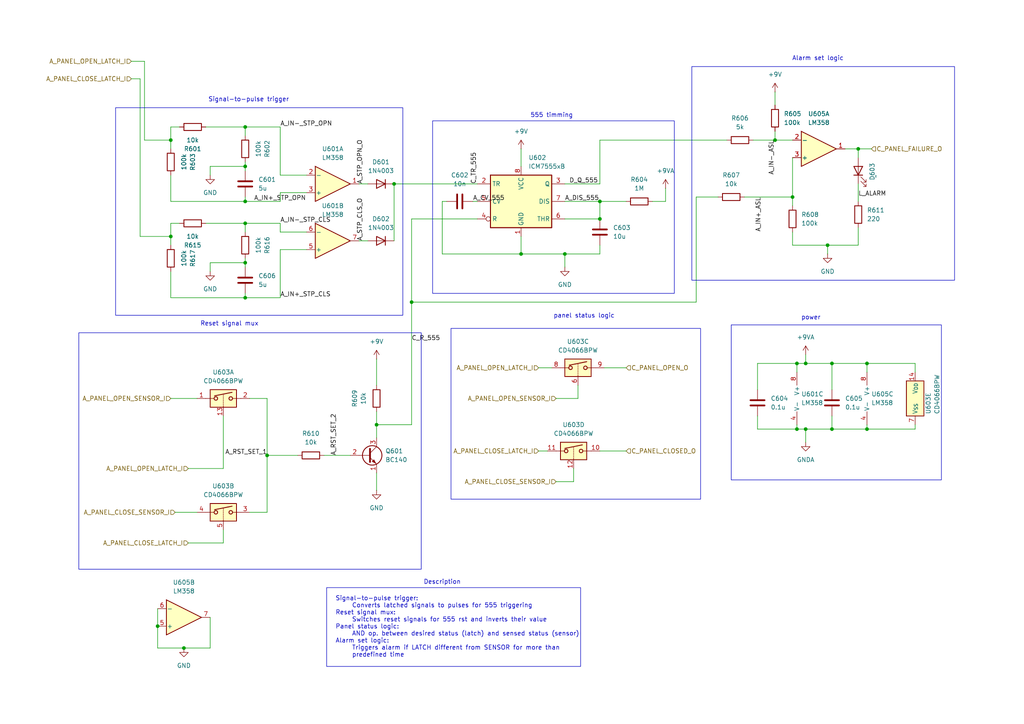
<source format=kicad_sch>
(kicad_sch (version 20250114) (generator "eeschema") (generator_version "9.0")
  (paper "A4")
  (title_block (title "Solar array verification") (date "2026-01-28") (rev "1") (company "LKP Systemes") (comment 1 "Verification and indication logic for solar array deployment"))
  (lib_symbols
    (symbol "Analog_Switch:CD4066BPW"
      (property "Reference" "U" (at -5.08 3.81 0))
      (property "Value" "CD4066BPW" (at 7.62 3.81 0))
      (symbol "CD4066BPW_1_1"
        (polyline (pts (xy -5.08 0) (xy -2.794 0)))
        (rectangle (start -3.81 2.54) (end 3.81 -2.54) (stroke (width 0.254)) (fill (type background)))
        (polyline (pts (xy -2.54 0.762) (xy 2.54 1.778)) (stroke (width 0.254)))
        (circle (center -2.159 0) (radius 0.508) (stroke (width 0.254)))
        (polyline (pts (xy 0 0.762) (xy 0 1.016)))
        (polyline (pts (xy 0 0.254) (xy 0 0.508)))
        (polyline (pts (xy 0 -0.254) (xy 0 0)))
        (polyline (pts (xy 0 -0.762) (xy 0 -0.508)))
        (polyline (pts (xy 0 -1.27) (xy 0 -1.016)))
        (polyline (pts (xy 0 -1.778) (xy 0 -1.524)))
        (polyline (pts (xy 0 -2.54) (xy 0 -2.032)))
        (circle (center 2.159 0) (radius 0.508) (stroke (width 0.254)))
        (polyline (pts (xy 5.08 0) (xy 2.794 0)))
        (pin bidirectional line (at -7.62 0 0) (length 2.54) (name "~") (number "1"))
        (pin input line (at 0 -5.08 90) (length 2.54) (name "~") (number "13"))
        (pin bidirectional line (at 7.62 0 180) (length 2.54) (name "~") (number "2"))
      )
      (symbol "CD4066BPW_2_1"
        (polyline (pts (xy -5.08 0) (xy -2.794 0)))
        (rectangle (start -3.81 2.54) (end 3.81 -2.54) (stroke (width 0.254)) (fill (type background)))
        (polyline (pts (xy -2.54 0.762) (xy 2.54 1.778)) (stroke (width 0.254)))
        (circle (center -2.159 0) (radius 0.508) (stroke (width 0.254)))
        (polyline (pts (xy 0 0.762) (xy 0 1.016)))
        (polyline (pts (xy 0 0.254) (xy 0 0.508)))
        (polyline (pts (xy 0 -0.254) (xy 0 0)))
        (polyline (pts (xy 0 -0.762) (xy 0 -0.508)))
        (polyline (pts (xy 0 -1.27) (xy 0 -1.016)))
        (polyline (pts (xy 0 -1.778) (xy 0 -1.524)))
        (polyline (pts (xy 0 -2.54) (xy 0 -2.032)))
        (circle (center 2.159 0) (radius 0.508) (stroke (width 0.254)))
        (polyline (pts (xy 5.08 0) (xy 2.794 0)))
        (pin bidirectional line (at -7.62 0 0) (length 2.54) (name "~") (number "4"))
        (pin input line (at 0 -5.08 90) (length 2.54) (name "~") (number "5"))
        (pin bidirectional line (at 7.62 0 180) (length 2.54) (name "~") (number "3"))
      )
      (symbol "CD4066BPW_3_1"
        (polyline (pts (xy -5.08 0) (xy -2.794 0)))
        (rectangle (start -3.81 2.54) (end 3.81 -2.54) (stroke (width 0.254)) (fill (type background)))
        (polyline (pts (xy -2.54 0.762) (xy 2.54 1.778)) (stroke (width 0.254)))
        (circle (center -2.159 0) (radius 0.508) (stroke (width 0.254)))
        (polyline (pts (xy 0 0.762) (xy 0 1.016)))
        (polyline (pts (xy 0 0.254) (xy 0 0.508)))
        (polyline (pts (xy 0 -0.254) (xy 0 0)))
        (polyline (pts (xy 0 -0.762) (xy 0 -0.508)))
        (polyline (pts (xy 0 -1.27) (xy 0 -1.016)))
        (polyline (pts (xy 0 -1.778) (xy 0 -1.524)))
        (polyline (pts (xy 0 -2.54) (xy 0 -2.032)))
        (circle (center 2.159 0) (radius 0.508) (stroke (width 0.254)))
        (polyline (pts (xy 5.08 0) (xy 2.794 0)))
        (pin bidirectional line (at -7.62 0 0) (length 2.54) (name "~") (number "8"))
        (pin input line (at 0 -5.08 90) (length 2.54) (name "~") (number "6"))
        (pin bidirectional line (at 7.62 0 180) (length 2.54) (name "~") (number "9"))
      )
      (symbol "CD4066BPW_4_1"
        (polyline (pts (xy -5.08 0) (xy -2.794 0)))
        (rectangle (start -3.81 2.54) (end 3.81 -2.54) (stroke (width 0.254)) (fill (type background)))
        (polyline (pts (xy -2.54 0.762) (xy 2.54 1.778)) (stroke (width 0.254)))
        (circle (center -2.159 0) (radius 0.508) (stroke (width 0.254)))
        (polyline (pts (xy 0 0.762) (xy 0 1.016)))
        (polyline (pts (xy 0 0.254) (xy 0 0.508)))
        (polyline (pts (xy 0 -0.254) (xy 0 0)))
        (polyline (pts (xy 0 -0.762) (xy 0 -0.508)))
        (polyline (pts (xy 0 -1.27) (xy 0 -1.016)))
        (polyline (pts (xy 0 -1.778) (xy 0 -1.524)))
        (polyline (pts (xy 0 -2.54) (xy 0 -2.032)))
        (circle (center 2.159 0) (radius 0.508) (stroke (width 0.254)))
        (polyline (pts (xy 5.08 0) (xy 2.794 0)))
        (pin bidirectional line (at -7.62 0 0) (length 2.54) (name "~") (number "11"))
        (pin input line (at 0 -5.08 90) (length 2.54) (name "~") (number "12"))
        (pin bidirectional line (at 7.62 0 180) (length 2.54) (name "~") (number "10"))
      )
      (symbol "CD4066BPW_5_1"
        (rectangle (start -2.54 5.08) (end 2.54 -5.08) (stroke (width 0.254)) (fill (type background)))
        (pin power_in line (at 0 7.62 270) (length 2.54) (name "V_{DD}") (number "14"))
        (pin power_in line (at 0 -7.62 90) (length 2.54) (name "V_{SS}") (number "7"))
      )
    )
    (symbol "Device:C" (pin_numbers (hide yes)) (pin_names (offset 0.254))
      (property "Reference" "C" (at 0.635 2.54 0))
      (property "Value" "C" (at 0.635 -2.54 0))
      (symbol "C_0_1"
        (polyline (pts (xy -2.032 0.762) (xy 2.032 0.762)) (stroke (width 0.508)))
        (polyline (pts (xy -2.032 -0.762) (xy 2.032 -0.762)) (stroke (width 0.508)))
      )
      (symbol "C_1_1"
        (pin passive line (at 0 3.81 270) (length 2.794) (name "~") (number "1"))
        (pin passive line (at 0 -3.81 90) (length 2.794) (name "~") (number "2"))
      )
    )
    (symbol "Device:LED" (pin_numbers (hide yes)) (pin_names (offset 1.016) (hide yes))
      (property "Reference" "D" (at 0 2.54 0))
      (property "Value" "LED" (at 0 -2.54 0))
      (symbol "LED_0_1"
        (polyline (pts (xy -3.048 -0.762) (xy -4.572 -2.286) (xy -3.81 -2.286) (xy -4.572 -2.286) (xy -4.572 -1.524)))
        (polyline (pts (xy -1.778 -0.762) (xy -3.302 -2.286) (xy -2.54 -2.286) (xy -3.302 -2.286) (xy -3.302 -1.524)))
        (polyline (pts (xy -1.27 0) (xy 1.27 0)))
        (polyline (pts (xy -1.27 -1.27) (xy -1.27 1.27)) (stroke (width 0.254)))
        (polyline (pts (xy 1.27 -1.27) (xy 1.27 1.27) (xy -1.27 0) (xy 1.27 -1.27)) (stroke (width 0.254)))
      )
      (symbol "LED_1_1"
        (pin passive line (at -3.81 0 0) (length 2.54) (name "K") (number "1"))
        (pin passive line (at 3.81 0 180) (length 2.54) (name "A") (number "2"))
      )
    )
    (symbol "Device:R" (pin_numbers (hide yes)) (pin_names (offset 0))
      (property "Reference" "R" (at 2.032 0 90))
      (property "Value" "R" (at 0 0 90))
      (symbol "R_0_1"
        (rectangle (start -1.016 -2.54) (end 1.016 2.54) (stroke (width 0.254)))
      )
      (symbol "R_1_1"
        (pin passive line (at 0 3.81 270) (length 1.27) (name "~") (number "1"))
        (pin passive line (at 0 -3.81 90) (length 1.27) (name "~") (number "2"))
      )
    )
    (symbol "Diode:1N4003" (pin_numbers (hide yes)) (pin_names (hide yes))
      (property "Reference" "D" (at 0 2.54 0))
      (property "Value" "1N4003" (at 0 -2.54 0))
      (symbol "1N4003_0_1"
        (polyline (pts (xy -1.27 1.27) (xy -1.27 -1.27)) (stroke (width 0.254)))
        (polyline (pts (xy 1.27 1.27) (xy 1.27 -1.27) (xy -1.27 0) (xy 1.27 1.27)) (stroke (width 0.254)))
        (polyline (pts (xy 1.27 0) (xy -1.27 0)))
      )
      (symbol "1N4003_1_1"
        (pin passive line (at -3.81 0 0) (length 2.54) (name "K") (number "1"))
        (pin passive line (at 3.81 0 180) (length 2.54) (name "A") (number "2"))
      )
    )
    (symbol "LM358:LM358" (pin_names (offset 0.127))
      (property "Reference" "U" (at 0 5.08 0))
      (property "Value" "LM358" (at 0 -5.08 0))
      (symbol "LM358_1_1"
        (polyline (pts (xy -5.08 5.08) (xy 5.08 0) (xy -5.08 -5.08) (xy -5.08 5.08)) (stroke (width 0.254)) (fill (type background)))
        (pin input line (at -7.62 2.54 0) (length 2.54) (name "-") (number "2"))
        (pin input line (at -7.62 -2.54 0) (length 2.54) (name "+") (number "3"))
        (pin output line (at 7.62 0 180) (length 2.54) (name "~") (number "1"))
      )
      (symbol "LM358_2_1"
        (polyline (pts (xy -5.08 5.08) (xy 5.08 0) (xy -5.08 -5.08) (xy -5.08 5.08)) (stroke (width 0.254)) (fill (type background)))
        (pin input line (at -7.62 2.54 0) (length 2.54) (name "-") (number "6"))
        (pin input line (at -7.62 -2.54 0) (length 2.54) (name "+") (number "5"))
        (pin output line (at 7.62 0 180) (length 2.54) (name "~") (number "7"))
      )
      (symbol "LM358_3_1"
        (pin power_in line (at -2.54 7.62 270) (length 3.81) (name "V+") (number "8"))
        (pin power_in line (at -2.54 -7.62 90) (length 3.81) (name "V-") (number "4"))
      )
    )
    (symbol "Timer:ICM7555xB"
      (property "Reference" "U" (at -10.16 8.89 0))
      (property "Value" "ICM7555xB" (at 2.54 8.89 0))
      (symbol "ICM7555xB_0_0"
        (pin power_in line (at 0 10.16 270) (length 2.54) (name "VCC") (number "8"))
        (pin power_in line (at 0 -10.16 90) (length 2.54) (name "GND") (number "1"))
      )
      (symbol "ICM7555xB_0_1"
        (rectangle (start -8.89 -7.62) (end 8.89 7.62) (stroke (width 0.254)) (fill (type background)))
        (rectangle (start -8.89 -7.62) (end 8.89 7.62) (stroke (width 0.254)) (fill (type background)))
      )
      (symbol "ICM7555xB_1_1"
        (pin input line (at -12.7 5.08 0) (length 3.81) (name "TR") (number "2"))
        (pin input line (at -12.7 0 0) (length 3.81) (name "CV") (number "5"))
        (pin input inverted (at -12.7 -5.08 0) (length 3.81) (name "R") (number "4"))
        (pin output line (at 12.7 5.08 180) (length 3.81) (name "Q") (number "3"))
        (pin input line (at 12.7 0 180) (length 3.81) (name "DIS") (number "7"))
        (pin input line (at 12.7 -5.08 180) (length 3.81) (name "THR") (number "6"))
      )
    )
    (symbol "Transistor_BJT:BC140" (pin_names (offset 0) (hide yes))
      (property "Reference" "Q" (at 5.08 1.905 0))
      (property "Value" "BC140" (at 5.08 0 0))
      (symbol "BC140_0_1"
        (polyline (pts (xy -2.54 0) (xy 0.635 0)))
        (polyline (pts (xy 0.635 1.905) (xy 0.635 -1.905)) (stroke (width 0.508)))
        (circle (center 1.27 0) (radius 2.8194) (stroke (width 0.254)))
      )
      (symbol "BC140_1_1"
        (polyline (pts (xy 0.635 0.635) (xy 2.54 2.54)))
        (polyline (pts (xy 0.635 -0.635) (xy 2.54 -2.54)))
        (polyline (pts (xy 1.27 -1.778) (xy 1.778 -1.27) (xy 2.286 -2.286) (xy 1.27 -1.778)) (fill (type outline)))
        (pin input line (at -5.08 0 0) (length 2.54) (name "B") (number "2"))
        (pin passive line (at 2.54 5.08 270) (length 2.54) (name "C") (number "3"))
        (pin passive line (at 2.54 -5.08 90) (length 2.54) (name "E") (number "1"))
      )
    )
    (symbol "power:+9V" (power) (pin_numbers (hide yes)) (pin_names (offset 0) (hide yes))
      (property "Value" "+9V" (at 0 3.556 0))
      (symbol "+9V_0_1"
        (polyline (pts (xy -0.762 1.27) (xy 0 2.54)))
        (polyline (pts (xy 0 2.54) (xy 0.762 1.27)))
        (polyline (pts (xy 0 0) (xy 0 2.54)))
      )
      (symbol "+9V_1_1"
        (pin power_in line (at 0 0 90) (length 0) (name "~") (number "1"))
      )
    )
    (symbol "power:+9VA" (power) (pin_numbers (hide yes)) (pin_names (offset 0) (hide yes))
      (property "Value" "+9VA" (at 0 3.556 0))
      (symbol "+9VA_0_1"
        (polyline (pts (xy -0.762 1.27) (xy 0 2.54)))
        (polyline (pts (xy 0 2.54) (xy 0.762 1.27)))
        (polyline (pts (xy 0 0) (xy 0 2.54)))
      )
      (symbol "+9VA_1_1"
        (pin power_in line (at 0 0 90) (length 0) (name "~") (number "1"))
      )
    )
    (symbol "power:GND" (power) (pin_numbers (hide yes)) (pin_names (offset 0) (hide yes))
      (property "Value" "GND" (at 0 -3.81 0))
      (symbol "GND_0_1"
        (polyline (pts (xy 0 0) (xy 0 -1.27) (xy 1.27 -1.27) (xy 0 -2.54) (xy -1.27 -1.27) (xy 0 -1.27)))
      )
      (symbol "GND_1_1"
        (pin power_in line (at 0 0 270) (length 0) (name "~") (number "1"))
      )
    )
    (symbol "power:GNDA" (power) (pin_numbers (hide yes)) (pin_names (offset 0) (hide yes))
      (property "Value" "GNDA" (at 0 -3.81 0))
      (symbol "GNDA_0_1"
        (polyline (pts (xy 0 0) (xy 0 -1.27) (xy 1.27 -1.27) (xy 0 -2.54) (xy -1.27 -1.27) (xy 0 -1.27)))
      )
      (symbol "GNDA_1_1"
        (pin power_in line (at 0 0 270) (length 0) (name "~") (number "1"))
      )
    )
  )
  (rectangle (start 94.742 170.434) (end 168.402 193.294))
  (rectangle (start 125.476 35.052) (end 195.58 85.09))
  (rectangle (start 212.09 94.234) (end 273.05 139.192))
  (rectangle (start 200.66 19.304) (end 276.86 81.28))
  (rectangle (start 33.528 31.242) (end 116.84 91.44))
  (rectangle (start 130.81 95.25) (end 203.2 144.78))
  (rectangle (start 22.86 96.52) (end 122.174 165.1))
  (text "panel status logic\n" (at 169.418 91.694 0) (effects (font (size 1.27 1.27))))
  (text "555 timming\n" (at 160.02 33.528 0) (effects (font (size 1.27 1.27))))
  (text "Reset signal mux\n" (at 66.548 93.98 0) (effects (font (size 1.27 1.27))))
  (text "power\n" (at 235.204 92.202 0) (effects (font (size 1.27 1.27))))
  (text "Signal-to-pulse trigger:\n	Converts latched signals to pulses for 555 triggering\nReset signal mux:\n	Switches reset signals for 555 rst and inverts their value\nPanel status logic:\n	AND op. between desired status (latch) and sensed status (sensor)\nAlarm set logic:\n	Triggers alarm if LATCH different from SENSOR for more than\n	predefined time" (at 97.282 181.864 0) (effects (font (size 1.27 1.27)) (justify left)))
  (text "Alarm set logic\n" (at 237.236 17.018 0) (effects (font (size 1.27 1.27))))
  (text "Description" (at 128.27 168.91 0) (effects (font (size 1.27 1.27))))
  (text "Signal-to-pulse trigger\n" (at 72.136 28.956 0) (effects (font (size 1.27 1.27))))
  (junction (at 241.3 124.46))
  (junction (at 251.46 105.41))
  (junction (at 241.3 105.41))
  (junction (at 233.68 124.46))
  (junction (at 173.99 63.5))
  (junction (at 240.03 71.12))
  (junction (at 248.92 43.18))
  (junction (at 77.47 132.08))
  (junction (at 71.12 86.36))
  (junction (at 53.34 187.96))
  (junction (at 173.99 58.42))
  (junction (at 71.12 36.83))
  (junction (at 251.46 124.46))
  (junction (at 71.12 64.77))
  (junction (at 231.14 105.41))
  (junction (at 71.12 76.2))
  (junction (at 71.12 58.42))
  (junction (at 151.13 73.66))
  (junction (at 233.68 105.41))
  (junction (at 231.14 124.46))
  (junction (at 45.72 181.61))
  (junction (at 109.22 123.19))
  (junction (at 163.83 73.66))
  (junction (at 49.53 40.64))
  (junction (at 71.12 48.26))
  (junction (at 229.87 57.15))
  (junction (at 49.53 68.58))
  (junction (at 224.79 40.64))
  (junction (at 114.3 53.34))
  (junction (at 119.38 87.63))
  (wire (pts (xy 109.22 119.38) (xy 109.22 123.19)))
  (wire (pts (xy 45.72 181.61) (xy 45.72 187.96)))
  (wire (pts (xy 49.53 78.74) (xy 49.53 86.36)))
  (wire (pts (xy 156.21 106.68) (xy 160.02 106.68)))
  (wire (pts (xy 173.99 130.81) (xy 181.61 130.81)))
  (wire (pts (xy 49.53 36.83) (xy 52.07 36.83)))
  (wire (pts (xy 233.68 105.41) (xy 241.3 105.41)))
  (wire (pts (xy 251.46 124.46) (xy 251.46 123.19)))
  (wire (pts (xy 71.12 74.93) (xy 71.12 76.2)))
  (wire (pts (xy 251.46 124.46) (xy 265.43 124.46)))
  (wire (pts (xy 41.91 17.78) (xy 41.91 40.64)))
  (wire (pts (xy 215.9 57.15) (xy 229.87 57.15)))
  (wire (pts (xy 49.53 68.58) (xy 49.53 71.12)))
  (wire (pts (xy 151.13 73.66) (xy 163.83 73.66)))
  (wire (pts (xy 71.12 64.77) (xy 81.28 64.77)))
  (wire (pts (xy 233.68 124.46) (xy 231.14 124.46)))
  (wire (pts (xy 229.87 57.15) (xy 229.87 59.69)))
  (wire (pts (xy 241.3 124.46) (xy 251.46 124.46)))
  (wire (pts (xy 60.96 48.26) (xy 60.96 50.8)))
  (wire (pts (xy 38.1 17.78) (xy 41.91 17.78)))
  (wire (pts (xy 64.77 135.89) (xy 64.77 120.65)))
  (wire (pts (xy 60.96 179.07) (xy 60.96 187.96)))
  (wire (pts (xy 240.03 71.12) (xy 240.03 73.66)))
  (wire (pts (xy 167.64 115.57) (xy 167.64 111.76)))
  (wire (pts (xy 60.96 76.2) (xy 71.12 76.2)))
  (wire (pts (xy 265.43 105.41) (xy 265.43 107.95)))
  (wire (pts (xy 77.47 132.08) (xy 86.36 132.08)))
  (wire (pts (xy 163.83 73.66) (xy 163.83 77.47)))
  (wire (pts (xy 109.22 123.19) (xy 109.22 127)))
  (wire (pts (xy 72.39 115.57) (xy 77.47 115.57)))
  (wire (pts (xy 71.12 64.77) (xy 71.12 67.31)))
  (wire (pts (xy 233.68 124.46) (xy 241.3 124.46)))
  (wire (pts (xy 241.3 105.41) (xy 251.46 105.41)))
  (wire (pts (xy 77.47 115.57) (xy 77.47 132.08)))
  (wire (pts (xy 81.28 50.8) (xy 88.9 50.8)))
  (wire (pts (xy 54.61 157.48) (xy 64.77 157.48)))
  (wire (pts (xy 248.92 43.18) (xy 248.92 45.72)))
  (wire (pts (xy 81.28 64.77) (xy 81.28 67.31)))
  (wire (pts (xy 45.72 176.53) (xy 45.72 181.61)))
  (wire (pts (xy 93.98 132.08) (xy 101.6 132.08)))
  (wire (pts (xy 163.83 73.66) (xy 173.99 73.66)))
  (wire (pts (xy 49.53 58.42) (xy 71.12 58.42)))
  (wire (pts (xy 40.64 22.86) (xy 40.64 68.58)))
  (wire (pts (xy 173.99 40.64) (xy 173.99 53.34)))
  (wire (pts (xy 163.83 53.34) (xy 173.99 53.34)))
  (wire (pts (xy 137.16 58.42) (xy 138.43 58.42)))
  (wire (pts (xy 231.14 123.19) (xy 231.14 124.46)))
  (wire (pts (xy 71.12 57.15) (xy 71.12 58.42)))
  (wire (pts (xy 45.72 187.96) (xy 53.34 187.96)))
  (wire (pts (xy 71.12 58.42) (xy 81.28 58.42)))
  (wire (pts (xy 219.71 124.46) (xy 219.71 120.65)))
  (wire (pts (xy 114.3 53.34) (xy 114.3 69.85)))
  (wire (pts (xy 59.69 36.83) (xy 71.12 36.83)))
  (wire (pts (xy 245.11 43.18) (xy 248.92 43.18)))
  (wire (pts (xy 81.28 67.31) (xy 88.9 67.31)))
  (wire (pts (xy 71.12 76.2) (xy 71.12 77.47)))
  (wire (pts (xy 71.12 36.83) (xy 71.12 39.37)))
  (wire (pts (xy 119.38 87.63) (xy 201.93 87.63)))
  (wire (pts (xy 81.28 55.88) (xy 88.9 55.88)))
  (wire (pts (xy 233.68 102.87) (xy 233.68 105.41)))
  (wire (pts (xy 201.93 57.15) (xy 208.28 57.15)))
  (wire (pts (xy 241.3 105.41) (xy 241.3 113.03)))
  (wire (pts (xy 49.53 86.36) (xy 71.12 86.36)))
  (wire (pts (xy 229.87 71.12) (xy 229.87 67.31)))
  (wire (pts (xy 233.68 105.41) (xy 231.14 105.41)))
  (wire (pts (xy 265.43 123.19) (xy 265.43 124.46)))
  (wire (pts (xy 49.53 40.64) (xy 49.53 43.18)))
  (wire (pts (xy 72.39 148.59) (xy 77.47 148.59)))
  (wire (pts (xy 240.03 71.12) (xy 248.92 71.12)))
  (wire (pts (xy 173.99 63.5) (xy 173.99 58.42)))
  (wire (pts (xy 49.53 36.83) (xy 49.53 40.64)))
  (wire (pts (xy 54.61 135.89) (xy 64.77 135.89)))
  (wire (pts (xy 189.23 58.42) (xy 193.04 58.42)))
  (wire (pts (xy 229.87 71.12) (xy 240.03 71.12)))
  (wire (pts (xy 224.79 26.67) (xy 224.79 30.48)))
  (wire (pts (xy 40.64 68.58) (xy 49.53 68.58)))
  (wire (pts (xy 248.92 43.18) (xy 252.73 43.18)))
  (wire (pts (xy 218.44 40.64) (xy 224.79 40.64)))
  (wire (pts (xy 119.38 123.19) (xy 119.38 87.63)))
  (wire (pts (xy 163.83 58.42) (xy 173.99 58.42)))
  (wire (pts (xy 114.3 53.34) (xy 138.43 53.34)))
  (wire (pts (xy 219.71 105.41) (xy 219.71 113.03)))
  (wire (pts (xy 38.1 22.86) (xy 40.64 22.86)))
  (wire (pts (xy 251.46 107.95) (xy 251.46 105.41)))
  (wire (pts (xy 251.46 105.41) (xy 265.43 105.41)))
  (wire (pts (xy 71.12 86.36) (xy 81.28 86.36)))
  (wire (pts (xy 60.96 76.2) (xy 60.96 78.74)))
  (wire (pts (xy 49.53 64.77) (xy 52.07 64.77)))
  (wire (pts (xy 71.12 48.26) (xy 71.12 49.53)))
  (wire (pts (xy 129.54 58.42) (xy 128.27 58.42)))
  (wire (pts (xy 109.22 123.19) (xy 119.38 123.19)))
  (wire (pts (xy 231.14 105.41) (xy 219.71 105.41)))
  (wire (pts (xy 224.79 38.1) (xy 224.79 40.64)))
  (wire (pts (xy 109.22 137.16) (xy 109.22 142.24)))
  (wire (pts (xy 60.96 187.96) (xy 53.34 187.96)))
  (wire (pts (xy 231.14 124.46) (xy 219.71 124.46)))
  (wire (pts (xy 201.93 87.63) (xy 201.93 57.15)))
  (wire (pts (xy 224.79 40.64) (xy 229.87 40.64)))
  (wire (pts (xy 81.28 72.39) (xy 88.9 72.39)))
  (wire (pts (xy 161.29 139.7) (xy 166.37 139.7)))
  (wire (pts (xy 49.53 64.77) (xy 49.53 68.58)))
  (wire (pts (xy 248.92 66.04) (xy 248.92 71.12)))
  (wire (pts (xy 173.99 40.64) (xy 210.82 40.64)))
  (wire (pts (xy 119.38 63.5) (xy 138.43 63.5)))
  (wire (pts (xy 241.3 120.65) (xy 241.3 124.46)))
  (wire (pts (xy 248.92 53.34) (xy 248.92 58.42)))
  (wire (pts (xy 50.8 148.59) (xy 57.15 148.59)))
  (wire (pts (xy 233.68 124.46) (xy 233.68 128.27)))
  (wire (pts (xy 231.14 105.41) (xy 231.14 107.95)))
  (wire (pts (xy 156.21 130.81) (xy 158.75 130.81)))
  (wire (pts (xy 60.96 48.26) (xy 71.12 48.26)))
  (wire (pts (xy 175.26 106.68) (xy 181.61 106.68)))
  (wire (pts (xy 81.28 58.42) (xy 81.28 55.88)))
  (wire (pts (xy 173.99 58.42) (xy 181.61 58.42)))
  (wire (pts (xy 77.47 148.59) (xy 77.47 132.08)))
  (wire (pts (xy 59.69 64.77) (xy 71.12 64.77)))
  (wire (pts (xy 173.99 71.12) (xy 173.99 73.66)))
  (wire (pts (xy 81.28 72.39) (xy 81.28 86.36)))
  (wire (pts (xy 161.29 115.57) (xy 167.64 115.57)))
  (wire (pts (xy 104.14 69.85) (xy 106.68 69.85)))
  (wire (pts (xy 49.53 50.8) (xy 49.53 58.42)))
  (wire (pts (xy 71.12 85.09) (xy 71.12 86.36)))
  (wire (pts (xy 151.13 43.18) (xy 151.13 48.26)))
  (wire (pts (xy 64.77 157.48) (xy 64.77 153.67)))
  (wire (pts (xy 119.38 63.5) (xy 119.38 87.63)))
  (wire (pts (xy 151.13 68.58) (xy 151.13 73.66)))
  (wire (pts (xy 41.91 40.64) (xy 49.53 40.64)))
  (wire (pts (xy 128.27 58.42) (xy 128.27 73.66)))
  (wire (pts (xy 163.83 63.5) (xy 173.99 63.5)))
  (wire (pts (xy 229.87 57.15) (xy 229.87 45.72)))
  (wire (pts (xy 166.37 139.7) (xy 166.37 135.89)))
  (wire (pts (xy 49.53 115.57) (xy 57.15 115.57)))
  (wire (pts (xy 193.04 58.42) (xy 193.04 54.61)))
  (wire (pts (xy 104.14 53.34) (xy 106.68 53.34)))
  (wire (pts (xy 71.12 46.99) (xy 71.12 48.26)))
  (wire (pts (xy 71.12 36.83) (xy 81.28 36.83)))
  (wire (pts (xy 128.27 73.66) (xy 151.13 73.66)))
  (wire (pts (xy 81.28 36.83) (xy 81.28 50.8)))
  (wire (pts (xy 109.22 104.14) (xy 109.22 111.76)))
  (label "C_R_555" (at 119.38 99.06 0))
  (label "A_IN+_ASL" (at 220.98 57.15 270))
  (label "A_DIS_555" (at 163.83 58.42 0))
  (label "A_RST_SET_1" (at 77.47 132.08 180))
  (label "L_ALARM" (at 248.92 57.15 0))
  (label "A_IN-_ASL" (at 224.79 40.64 270))
  (label "C_TR_555" (at 138.43 53.34 90))
  (label "A_IN-_STP_CLS" (at 81.28 64.77 0))
  (label "D_Q_555" (at 165.1 53.34 0))
  (label "A_IN+_STP_OPN" (at 73.66 58.42 0))
  (label "A_STP_CLS_O" (at 105.41 69.85 90))
  (label "A_RST_SET_2" (at 97.79 132.08 90))
  (label "A_CV_555" (at 137.16 58.42 0))
  (label "A_IN-_STP_OPN" (at 81.28 36.83 0))
  (label "A_STP_OPN_O" (at 105.41 53.34 90))
  (label "A_IN+_STP_CLS" (at 81.28 86.36 0))
  (hierarchical_label "A_PANEL_OPEN_LATCH_I" (shape input) (at 54.61 135.89 180))
  (hierarchical_label "C_PANEL_OPEN_O" (shape input) (at 181.61 106.68 0))
  (hierarchical_label "A_PANEL_OPEN_LATCH_I" (shape input) (at 38.1 17.78 180))
  (hierarchical_label "A_PANEL_CLOSE_SENSOR_I" (shape input) (at 50.8 148.59 180))
  (hierarchical_label "A_PANEL_CLOSE_LATCH_I" (shape input) (at 38.1 22.86 180))
  (hierarchical_label "A_PANEL_OPEN_LATCH_I" (shape input) (at 156.21 106.68 180))
  (hierarchical_label "A_PANEL_CLOSE_LATCH_I" (shape input) (at 156.21 130.81 180))
  (hierarchical_label "A_PANEL_OPEN_SENSOR_I" (shape input) (at 49.53 115.57 180))
  (hierarchical_label "A_PANEL_CLOSE_LATCH_I" (shape input) (at 54.61 157.48 180))
  (hierarchical_label "A_PANEL_CLOSE_SENSOR_I" (shape input) (at 161.29 139.7 180))
  (hierarchical_label "C_PANEL_FAILURE_O" (shape input) (at 252.73 43.18 0))
  (hierarchical_label "A_PANEL_OPEN_SENSOR_I" (shape input) (at 161.29 115.57 180))
  (hierarchical_label "C_PANEL_CLOSED_O" (shape input) (at 181.61 130.81 0))
  (symbol (lib_id "power:GND") (at 163.83 77.47 0) (unit 1)
    (property "Reference" "#PWR0132" (effects (hide yes)))
    (property "Value" "GND" (at 163.83 82.55 0))
    (property "Description" "Power symbol creates a global label with name \"GND\" , ground" (effects (hide yes)))
  )
  (symbol (lib_id "Diode:1N4003") (at 110.49 69.85 180) (unit 1)
    (property "Reference" "D602" (at 110.49 63.5 0))
    (property "Value" "1N4003" (at 110.49 66.04 0))
    (property "Footprint" "Diode_SMD:D_1206_3216Metric_Pad1.42x1.75mm_HandSolder" (effects (hide yes)))
    (property "Datasheet" "http://www.vishay.com/docs/88503/1n4001.pdf" (effects (hide yes)))
    (property "Description" "200V 1A General Purpose Rectifier Diode, DO-41" (effects (hide yes)))
    (property "Sim.Device" "D" (effects (hide yes)))
    (property "Sim.Pins" "1=K 2=A" (effects (hide yes)))
  )
  (symbol (lib_id "Analog_Switch:CD4066BPW") (at 166.37 130.81 0) (unit 4)
    (property "Reference" "U603" (at 166.37 123.19 0))
    (property "Value" "CD4066BPW" (at 166.37 125.73 0))
    (property "Footprint" "Package_SO:TSSOP-14_4.4x5mm_P0.65mm" (effects (hide yes)))
    (property "Datasheet" "https://www.ti.com/lit/ds/symlink/cd4066b.pdf" (effects (hide yes)))
    (property "Description" "Quad 20V analog SPST 1:1 switch, TSSOP-14" (effects (hide yes)))
  )
  (symbol (lib_id "Analog_Switch:CD4066BPW") (at 265.43 115.57 0) (unit 5)
    (property "Reference" "U603" (at 269.24 120.142 90) (effects (justify left)))
    (property "Value" "CD4066BPW" (at 271.78 120.142 90) (effects (justify left)))
    (property "Footprint" "Package_SO:TSSOP-14_4.4x5mm_P0.65mm" (effects (hide yes)))
    (property "Datasheet" "https://www.ti.com/lit/ds/symlink/cd4066b.pdf" (effects (hide yes)))
    (property "Description" "Quad 20V analog SPST 1:1 switch, TSSOP-14" (effects (hide yes)))
  )
  (symbol (lib_id "Device:C") (at 173.99 67.31 0) (unit 1)
    (property "Reference" "C603" (at 177.8 66.0399 0) (effects (justify left)))
    (property "Value" "10u" (at 177.8 68.5799 0) (effects (justify left)))
    (property "Footprint" "Capacitor_SMD:C_1206_3216Metric" (effects (hide yes)))
    (property "Description" "Unpolarized capacitor" (effects (hide yes)))
  )
  (symbol (lib_id "Device:R") (at 71.12 43.18 180) (unit 1)
    (property "Reference" "R602" (at 77.47 43.18 90))
    (property "Value" "100k" (at 74.93 43.18 90))
    (property "Footprint" "Resistor_SMD:R_1206_3216Metric" (effects (hide yes)))
    (property "Description" "Resistor" (effects (hide yes)))
  )
  (symbol (lib_id "power:+9V") (at 151.13 43.18 0) (unit 1)
    (property "Reference" "#PWR0133" (effects (hide yes)))
    (property "Value" "+9V" (at 151.13 38.1 0))
    (property "Description" "Power symbol creates a global label with name \"+9V\"" (effects (hide yes)))
  )
  (symbol (lib_id "Device:R") (at 212.09 57.15 90) (unit 1)
    (property "Reference" "R607" (at 212.09 50.8 90))
    (property "Value" "10k" (at 212.09 53.34 90))
    (property "Footprint" "Resistor_SMD:R_1206_3216Metric" (effects (hide yes)))
    (property "Description" "Resistor" (effects (hide yes)))
  )
  (symbol (lib_id "power:GND") (at 60.96 50.8 0) (unit 1)
    (property "Reference" "#PWR0137" (effects (hide yes)))
    (property "Value" "GND" (at 60.96 55.88 0))
    (property "Description" "Power symbol creates a global label with name \"GND\" , ground" (effects (hide yes)))
  )
  (symbol (lib_id "Analog_Switch:CD4066BPW") (at 167.64 106.68 0) (unit 3)
    (property "Reference" "U603" (at 167.64 99.06 0))
    (property "Value" "CD4066BPW" (at 167.64 101.6 0))
    (property "Footprint" "Package_SO:TSSOP-14_4.4x5mm_P0.65mm" (effects (hide yes)))
    (property "Datasheet" "https://www.ti.com/lit/ds/symlink/cd4066b.pdf" (effects (hide yes)))
    (property "Description" "Quad 20V analog SPST 1:1 switch, TSSOP-14" (effects (hide yes)))
  )
  (symbol (lib_id "Device:R") (at 224.79 34.29 180) (unit 1)
    (property "Reference" "R605" (at 227.33 33.0199 0) (effects (justify right)))
    (property "Value" "100k" (at 227.33 35.5599 0) (effects (justify right)))
    (property "Footprint" "Resistor_SMD:R_1206_3216Metric" (effects (hide yes)))
    (property "Description" "Resistor" (effects (hide yes)))
  )
  (symbol (lib_id "Device:R") (at 49.53 46.99 180) (unit 1)
    (property "Reference" "R603" (at 55.88 46.99 90))
    (property "Value" "100k" (at 53.34 46.99 90))
    (property "Footprint" "Resistor_SMD:R_1206_3216Metric" (effects (hide yes)))
    (property "Description" "Resistor" (effects (hide yes)))
  )
  (symbol (lib_id "power:GND") (at 60.96 78.74 0) (unit 1)
    (property "Reference" "#PWR0604" (effects (hide yes)))
    (property "Value" "GND" (at 60.96 83.82 0))
    (property "Description" "Power symbol creates a global label with name \"GND\" , ground" (effects (hide yes)))
  )
  (symbol (lib_id "power:GND") (at 53.34 187.96 0) (unit 1)
    (property "Reference" "#PWR0605" (effects (hide yes)))
    (property "Value" "GND" (at 53.34 193.04 0))
    (property "Description" "Power symbol creates a global label with name \"GND\" , ground" (effects (hide yes)))
  )
  (symbol (lib_id "LM358:LM358") (at 96.52 53.34 0) (unit 1)
    (property "Reference" "U601" (at 96.52 43.18 0))
    (property "Value" "LM358" (at 96.52 45.72 0))
    (property "Footprint" "lm358:SOIC8_D_TEX" (effects (hide yes)))
    (property "Datasheet" "http://www.ti.com/lit/ds/symlink/lm2904-n.pdf" (effects (hide yes)))
    (property "Description" "Low-Power, Dual Operational Amplifiers, DIP-8/SOIC-8/TO-99-8" (effects (hide yes)))
  )
  (symbol (lib_id "LM358:LM358") (at 96.52 69.85 0) (unit 2)
    (property "Reference" "U601" (at 96.52 59.69 0))
    (property "Value" "LM358" (at 96.52 62.23 0))
    (property "Footprint" "lm358:SOIC8_D_TEX" (effects (hide yes)))
    (property "Datasheet" "http://www.ti.com/lit/ds/symlink/lm2904-n.pdf" (effects (hide yes)))
    (property "Description" "Low-Power, Dual Operational Amplifiers, DIP-8/SOIC-8/TO-99-8" (effects (hide yes)))
  )
  (symbol (lib_id "LM358:LM358") (at 233.68 115.57 0) (unit 3)
    (property "Reference" "U601" (at 232.41 114.2999 0) (effects (justify left)))
    (property "Value" "LM358" (at 232.41 116.8399 0) (effects (justify left)))
    (property "Footprint" "lm358:SOIC8_D_TEX" (effects (hide yes)))
    (property "Datasheet" "http://www.ti.com/lit/ds/symlink/lm2904-n.pdf" (effects (hide yes)))
    (property "Description" "Low-Power, Dual Operational Amplifiers, DIP-8/SOIC-8/TO-99-8" (effects (hide yes)))
  )
  (symbol (lib_id "power:+9V") (at 109.22 104.14 0) (unit 1)
    (property "Reference" "#PWR0129" (effects (hide yes)))
    (property "Value" "+9V" (at 109.22 99.06 0))
    (property "Description" "Power symbol creates a global label with name \"+9V\"" (effects (hide yes)))
  )
  (symbol (lib_id "Timer:ICM7555xB") (at 151.13 58.42 0) (unit 1)
    (property "Reference" "U602" (at 153.2733 45.72 0) (effects (justify left)))
    (property "Value" "ICM7555xB" (at 153.2733 48.26 0) (effects (justify left)))
    (property "Footprint" "Package_SO:SOIC-8_3.9x4.9mm_P1.27mm" (effects (hide yes)))
    (property "Datasheet" "http://www.intersil.com/content/dam/Intersil/documents/icm7/icm7555-56.pdf" (effects (hide yes)))
    (property "Description" "CMOS General Purpose Timer, 555 compatible, SOIC-8" (effects (hide yes)))
  )
  (symbol (lib_id "Device:C") (at 219.71 116.84 180) (unit 1)
    (property "Reference" "C604" (at 223.52 115.5699 0) (effects (justify right)))
    (property "Value" "0.1u" (at 223.52 118.1099 0) (effects (justify right)))
    (property "Footprint" "Capacitor_SMD:C_1206_3216Metric" (effects (hide yes)))
    (property "Description" "Unpolarized capacitor" (effects (hide yes)))
  )
  (symbol (lib_id "power:+9VA") (at 233.68 102.87 0) (unit 1)
    (property "Reference" "#PWR0602" (effects (hide yes)))
    (property "Value" "+9VA" (at 233.68 97.79 0))
    (property "Description" "Power symbol creates a global label with name \"+9VA\"" (effects (hide yes)))
  )
  (symbol (lib_id "Device:R") (at 185.42 58.42 270) (unit 1)
    (property "Reference" "R604" (at 185.42 52.07 90))
    (property "Value" "1M" (at 185.42 54.61 90))
    (property "Footprint" "Resistor_SMD:R_1206_3216Metric" (effects (hide yes)))
    (property "Description" "Resistor" (effects (hide yes)))
  )
  (symbol (lib_id "Device:LED") (at 248.92 49.53 90) (unit 1)
    (property "Reference" "D603" (at 252.984 49.784 0))
    (property "Value" "~" (at 254 51.1175 0))
    (property "Footprint" "LED_SMD:LED_1206_3216Metric" (effects (hide yes)))
    (property "Description" "Light emitting diode" (effects (hide yes)))
    (property "Sim.Pins" "1=K 2=A" (effects (hide yes)))
    (property "Purpose" "PANEL FAILURE" (effects (hide yes)))
  )
  (symbol (lib_id "Device:C") (at 241.3 116.84 180) (unit 1)
    (property "Reference" "C605" (at 245.11 115.5699 0) (effects (justify right)))
    (property "Value" "0.1u" (at 245.11 118.1099 0) (effects (justify right)))
    (property "Footprint" "Capacitor_SMD:C_1206_3216Metric" (effects (hide yes)))
    (property "Description" "Unpolarized capacitor" (effects (hide yes)))
  )
  (symbol (lib_id "Device:R") (at 90.17 132.08 270) (unit 1)
    (property "Reference" "R610" (at 90.17 125.73 90))
    (property "Value" "10k" (at 90.17 128.27 90))
    (property "Footprint" "Resistor_SMD:R_1206_3216Metric" (effects (hide yes)))
    (property "Description" "Resistor" (effects (hide yes)))
  )
  (symbol (lib_id "power:GNDA") (at 233.68 128.27 0) (unit 1)
    (property "Reference" "#PWR0603" (effects (hide yes)))
    (property "Value" "GNDA" (at 233.68 133.35 0))
    (property "Description" "Power symbol creates a global label with name \"GNDA\" , analog ground" (effects (hide yes)))
  )
  (symbol (lib_id "Analog_Switch:CD4066BPW") (at 64.77 148.59 0) (unit 2)
    (property "Reference" "U603" (at 64.77 140.97 0))
    (property "Value" "CD4066BPW" (at 64.77 143.51 0))
    (property "Footprint" "Package_SO:TSSOP-14_4.4x5mm_P0.65mm" (effects (hide yes)))
    (property "Datasheet" "https://www.ti.com/lit/ds/symlink/cd4066b.pdf" (effects (hide yes)))
    (property "Description" "Quad 20V analog SPST 1:1 switch, TSSOP-14" (effects (hide yes)))
  )
  (symbol (lib_id "Device:R") (at 49.53 74.93 180) (unit 1)
    (property "Reference" "R617" (at 55.88 74.93 90))
    (property "Value" "100k" (at 53.34 74.93 90))
    (property "Footprint" "Resistor_SMD:R_1206_3216Metric" (effects (hide yes)))
    (property "Description" "Resistor" (effects (hide yes)))
  )
  (symbol (lib_id "Transistor_BJT:BC140") (at 106.68 132.08 0) (unit 1)
    (property "Reference" "Q601" (at 111.76 130.8099 0) (effects (justify left)))
    (property "Value" "BC140" (at 111.76 133.3499 0) (effects (justify left)))
    (property "Footprint" "Package_TO_SOT_SMD:SOT-323_SC-70" (effects (hide yes)))
    (property "Datasheet" "http://www.farnell.com/datasheets/296634.pdf" (effects (hide yes)))
    (property "Description" "1A Ic, 40V Vce, NPN Transistor, TO-39" (effects (hide yes)))
    (property "Sim.Device" "NPN" (effects (hide yes)))
    (property "Sim.Pins" "1=E 2=B 3=C" (effects (hide yes)))
  )
  (symbol (lib_id "LM358:LM358") (at 254 115.57 0) (unit 3)
    (property "Reference" "U605" (at 252.73 114.2999 0) (effects (justify left)))
    (property "Value" "LM358" (at 252.73 116.8399 0) (effects (justify left)))
    (property "Footprint" "lm358:SOIC8_D_TEX" (effects (hide yes)))
    (property "Datasheet" "http://www.ti.com/lit/ds/symlink/lm2904-n.pdf" (effects (hide yes)))
    (property "Description" "Low-Power, Dual Operational Amplifiers, DIP-8/SOIC-8/TO-99-8" (effects (hide yes)))
  )
  (symbol (lib_id "LM358:LM358") (at 237.49 43.18 0) (unit 1)
    (property "Reference" "U605" (at 237.49 33.02 0))
    (property "Value" "LM358" (at 237.49 35.56 0))
    (property "Footprint" "lm358:SOIC8_D_TEX" (effects (hide yes)))
    (property "Datasheet" "http://www.ti.com/lit/ds/symlink/lm2904-n.pdf" (effects (hide yes)))
    (property "Description" "Low-Power, Dual Operational Amplifiers, DIP-8/SOIC-8/TO-99-8" (effects (hide yes)))
  )
  (symbol (lib_id "LM358:LM358") (at 53.34 179.07 0) (unit 2)
    (property "Reference" "U605" (at 53.34 168.91 0))
    (property "Value" "LM358" (at 53.34 171.45 0))
    (property "Footprint" "lm358:SOIC8_D_TEX" (effects (hide yes)))
    (property "Datasheet" "http://www.ti.com/lit/ds/symlink/lm2904-n.pdf" (effects (hide yes)))
    (property "Description" "Low-Power, Dual Operational Amplifiers, DIP-8/SOIC-8/TO-99-8" (effects (hide yes)))
  )
  (symbol (lib_id "power:GND") (at 109.22 142.24 0) (unit 1)
    (property "Reference" "#PWR0128" (effects (hide yes)))
    (property "Value" "GND" (at 109.22 147.32 0))
    (property "Description" "Power symbol creates a global label with name \"GND\" , ground" (effects (hide yes)))
  )
  (symbol (lib_id "Device:R") (at 55.88 64.77 90) (unit 1)
    (property "Reference" "R615" (at 55.88 71.12 90))
    (property "Value" "10k" (at 55.88 68.58 90))
    (property "Footprint" "Resistor_SMD:R_1206_3216Metric" (effects (hide yes)))
    (property "Description" "Resistor" (effects (hide yes)))
  )
  (symbol (lib_id "power:GND") (at 240.03 73.66 0) (unit 1)
    (property "Reference" "#PWR0601" (effects (hide yes)))
    (property "Value" "GND" (at 240.03 78.74 0))
    (property "Description" "Power symbol creates a global label with name \"GND\" , ground" (effects (hide yes)))
  )
  (symbol (lib_id "Device:R") (at 214.63 40.64 90) (unit 1)
    (property "Reference" "R606" (at 214.63 34.29 90))
    (property "Value" "5k" (at 214.63 36.83 90))
    (property "Footprint" "Resistor_SMD:R_1206_3216Metric" (effects (hide yes)))
    (property "Description" "Resistor" (effects (hide yes)))
  )
  (symbol (lib_id "Device:C") (at 71.12 53.34 0) (unit 1)
    (property "Reference" "C601" (at 74.93 52.0699 0) (effects (justify left)))
    (property "Value" "5u" (at 74.93 54.6099 0) (effects (justify left)))
    (property "Footprint" "Capacitor_SMD:C_1206_3216Metric" (effects (hide yes)))
    (property "Description" "Unpolarized capacitor" (effects (hide yes)))
  )
  (symbol (lib_id "Device:C") (at 71.12 81.28 0) (unit 1)
    (property "Reference" "C606" (at 74.93 80.0099 0) (effects (justify left)))
    (property "Value" "5u" (at 74.93 82.5499 0) (effects (justify left)))
    (property "Footprint" "Capacitor_SMD:C_1206_3216Metric" (effects (hide yes)))
    (property "Description" "Unpolarized capacitor" (effects (hide yes)))
  )
  (symbol (lib_id "Device:R") (at 71.12 71.12 180) (unit 1)
    (property "Reference" "R616" (at 77.47 71.12 90))
    (property "Value" "100k" (at 74.93 71.12 90))
    (property "Footprint" "Resistor_SMD:R_1206_3216Metric" (effects (hide yes)))
    (property "Description" "Resistor" (effects (hide yes)))
  )
  (symbol (lib_id "power:+9V") (at 224.79 26.67 0) (unit 1)
    (property "Reference" "#PWR0134" (effects (hide yes)))
    (property "Value" "+9V" (at 224.79 21.59 0))
    (property "Description" "Power symbol creates a global label with name \"+9V\"" (effects (hide yes)))
  )
  (symbol (lib_id "Device:R") (at 248.92 62.23 180) (unit 1)
    (property "Reference" "R611" (at 251.46 60.9599 0) (effects (justify right)))
    (property "Value" "220" (at 251.46 63.4999 0) (effects (justify right)))
    (property "Footprint" "Resistor_SMD:R_1206_3216Metric" (effects (hide yes)))
    (property "Description" "Resistor" (effects (hide yes)))
  )
  (symbol (lib_id "Analog_Switch:CD4066BPW") (at 64.77 115.57 0) (unit 1)
    (property "Reference" "U603" (at 64.77 107.95 0))
    (property "Value" "CD4066BPW" (at 64.77 110.49 0))
    (property "Footprint" "Package_SO:TSSOP-14_4.4x5mm_P0.65mm" (effects (hide yes)))
    (property "Datasheet" "https://www.ti.com/lit/ds/symlink/cd4066b.pdf" (effects (hide yes)))
    (property "Description" "Quad 20V analog SPST 1:1 switch, TSSOP-14" (effects (hide yes)))
  )
  (symbol (lib_id "Device:R") (at 109.22 115.57 0) (unit 1)
    (property "Reference" "R609" (at 102.87 115.57 90))
    (property "Value" "10k" (at 105.41 115.57 90))
    (property "Footprint" "Resistor_SMD:R_1206_3216Metric" (effects (hide yes)))
    (property "Description" "Resistor" (effects (hide yes)))
  )
  (symbol (lib_id "Device:C") (at 133.35 58.42 90) (unit 1)
    (property "Reference" "C602" (at 133.35 50.8 90))
    (property "Value" "10n" (at 133.35 53.34 90))
    (property "Footprint" "Capacitor_SMD:C_1206_3216Metric" (effects (hide yes)))
    (property "Description" "Unpolarized capacitor" (effects (hide yes)))
  )
  (symbol (lib_id "Device:R") (at 55.88 36.83 90) (unit 1)
    (property "Reference" "R601" (at 55.88 43.18 90))
    (property "Value" "10k" (at 55.88 40.64 90))
    (property "Footprint" "Resistor_SMD:R_1206_3216Metric" (effects (hide yes)))
    (property "Description" "Resistor" (effects (hide yes)))
  )
  (symbol (lib_id "Diode:1N4003") (at 110.49 53.34 180) (unit 1)
    (property "Reference" "D601" (at 110.49 46.99 0))
    (property "Value" "1N4003" (at 110.49 49.53 0))
    (property "Footprint" "Diode_SMD:D_1206_3216Metric_Pad1.42x1.75mm_HandSolder" (effects (hide yes)))
    (property "Datasheet" "http://www.vishay.com/docs/88503/1n4001.pdf" (effects (hide yes)))
    (property "Description" "200V 1A General Purpose Rectifier Diode, DO-41" (effects (hide yes)))
    (property "Sim.Device" "D" (effects (hide yes)))
    (property "Sim.Pins" "1=K 2=A" (effects (hide yes)))
  )
  (symbol (lib_id "Device:R") (at 229.87 63.5 180) (unit 1)
    (property "Reference" "R608" (at 232.41 62.2299 0) (effects (justify right)))
    (property "Value" "100k" (at 232.41 64.7699 0) (effects (justify right)))
    (property "Footprint" "Resistor_SMD:R_1206_3216Metric" (effects (hide yes)))
    (property "Description" "Resistor" (effects (hide yes)))
  )
  (symbol (lib_id "power:+9VA") (at 193.04 54.61 0) (unit 1)
    (property "Reference" "#PWR0606" (effects (hide yes)))
    (property "Value" "+9VA" (at 193.04 49.53 0))
    (property "Description" "Power symbol creates a global label with name \"+9VA\"" (effects (hide yes)))
  )
)
</source>
